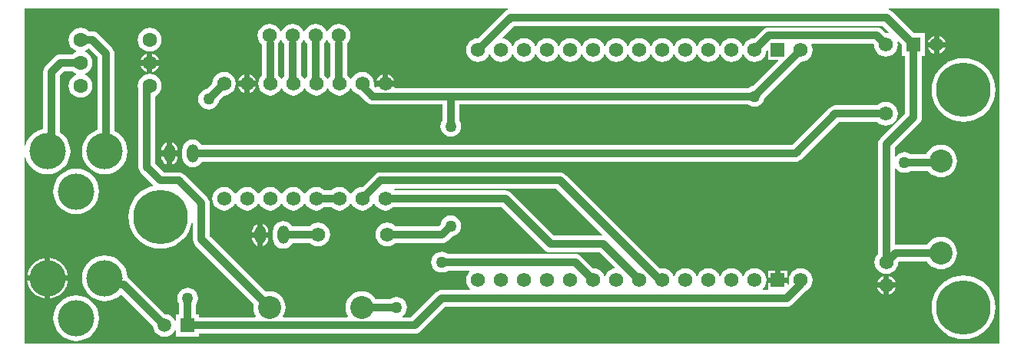
<source format=gbl>
G04 Layer_Physical_Order=2*
G04 Layer_Color=16711680*
%FSLAX24Y24*%
%MOIN*%
G70*
G01*
G75*
%ADD10C,0.0320*%
%ADD11C,0.1000*%
%ADD12C,0.0620*%
%ADD13C,0.1575*%
%ADD14O,0.0500X0.0800*%
%ADD15C,0.0620*%
%ADD16R,0.0591X0.0591*%
%ADD17C,0.0591*%
%ADD18R,0.0620X0.0620*%
%ADD19C,0.0630*%
%ADD20C,0.2362*%
%ADD21C,0.0500*%
G36*
X15451Y36572D02*
X15533Y36465D01*
X15541Y36459D01*
Y35076D01*
X15482Y35000D01*
X15455Y34933D01*
X15401D01*
X15373Y35000D01*
X15292Y35106D01*
X15267Y35125D01*
Y36475D01*
X15342Y36572D01*
X15369Y36638D01*
X15424D01*
X15451Y36572D01*
D02*
G37*
G36*
X14451D02*
X14533Y36465D01*
X14541Y36459D01*
Y35076D01*
X14482Y35000D01*
X14455Y34933D01*
X14401D01*
X14373Y35000D01*
X14292Y35106D01*
X14267Y35125D01*
Y36475D01*
X14342Y36572D01*
X14369Y36638D01*
X14424D01*
X14451Y36572D01*
D02*
G37*
G36*
X13451D02*
X13533Y36465D01*
X13541Y36459D01*
Y35076D01*
X13482Y35000D01*
X13455Y34933D01*
X13401D01*
X13373Y35000D01*
X13292Y35106D01*
X13291Y35107D01*
Y36468D01*
X13287Y36500D01*
X13342Y36572D01*
X13369Y36638D01*
X13424D01*
X13451Y36572D01*
D02*
G37*
G36*
X44589Y37975D02*
X44589Y23443D01*
X2267Y23443D01*
Y31533D01*
X2317Y31541D01*
X2354Y31418D01*
X2446Y31246D01*
X2569Y31096D01*
X2719Y30973D01*
X2891Y30881D01*
X3077Y30824D01*
X3270Y30805D01*
X3464Y30824D01*
X3650Y30881D01*
X3822Y30973D01*
X3972Y31096D01*
X4095Y31246D01*
X4187Y31418D01*
X4244Y31604D01*
X4263Y31798D01*
X4244Y31991D01*
X4187Y32177D01*
X4095Y32349D01*
X3972Y32499D01*
X3822Y32623D01*
X3811Y32628D01*
Y35104D01*
X3992Y35285D01*
X4333D01*
X4336Y35281D01*
X4444Y35198D01*
X4505Y35173D01*
Y35123D01*
X4444Y35098D01*
X4336Y35015D01*
X4254Y34908D01*
X4202Y34782D01*
X4184Y34648D01*
X4202Y34514D01*
X4254Y34388D01*
X4336Y34281D01*
X4444Y34198D01*
X4569Y34146D01*
X4704Y34129D01*
X4838Y34146D01*
X4963Y34198D01*
X5071Y34281D01*
X5153Y34388D01*
X5205Y34514D01*
X5223Y34648D01*
X5205Y34782D01*
X5153Y34908D01*
X5071Y35015D01*
X4963Y35098D01*
X4902Y35123D01*
Y35173D01*
X4963Y35198D01*
X5071Y35281D01*
X5153Y35388D01*
X5205Y35514D01*
X5223Y35648D01*
X5205Y35782D01*
X5153Y35908D01*
X5071Y36015D01*
X4963Y36098D01*
X4902Y36123D01*
Y36173D01*
X4963Y36198D01*
X5063Y36275D01*
X5447Y35891D01*
Y32737D01*
X5371Y32714D01*
X5200Y32623D01*
X5049Y32499D01*
X4926Y32349D01*
X4834Y32177D01*
X4778Y31991D01*
X4759Y31798D01*
X4778Y31604D01*
X4834Y31418D01*
X4926Y31246D01*
X5049Y31096D01*
X5200Y30973D01*
X5371Y30881D01*
X5557Y30824D01*
X5751Y30805D01*
X5944Y30824D01*
X6130Y30881D01*
X6302Y30973D01*
X6452Y31096D01*
X6576Y31246D01*
X6667Y31418D01*
X6724Y31604D01*
X6743Y31798D01*
X6724Y31991D01*
X6667Y32177D01*
X6576Y32349D01*
X6452Y32499D01*
X6302Y32623D01*
X6173Y32692D01*
Y36042D01*
X6173Y36042D01*
X6161Y36136D01*
X6124Y36223D01*
X6067Y36298D01*
X6067Y36298D01*
X5460Y36905D01*
X5385Y36962D01*
X5298Y36999D01*
X5204Y37011D01*
X5074D01*
X5071Y37015D01*
X4963Y37098D01*
X4838Y37150D01*
X4704Y37167D01*
X4569Y37150D01*
X4444Y37098D01*
X4336Y37015D01*
X4254Y36908D01*
X4202Y36782D01*
X4184Y36648D01*
X4202Y36514D01*
X4254Y36388D01*
X4336Y36281D01*
X4444Y36198D01*
X4505Y36173D01*
Y36123D01*
X4444Y36098D01*
X4336Y36015D01*
X4333Y36011D01*
X3841D01*
X3747Y35999D01*
X3660Y35962D01*
X3585Y35905D01*
X3191Y35511D01*
X3133Y35436D01*
X3097Y35348D01*
X3085Y35254D01*
Y32771D01*
X3077Y32771D01*
X2891Y32714D01*
X2719Y32623D01*
X2569Y32499D01*
X2446Y32349D01*
X2354Y32177D01*
X2317Y32054D01*
X2267Y32062D01*
Y38010D01*
X23248D01*
X23258Y37960D01*
X23187Y37931D01*
X23112Y37873D01*
X23112Y37873D01*
X21952Y36713D01*
X21952Y36714D01*
X21818Y36696D01*
X21694Y36645D01*
X21588Y36563D01*
X21506Y36456D01*
X21455Y36332D01*
X21437Y36199D01*
X21455Y36066D01*
X21506Y35942D01*
X21588Y35835D01*
X21694Y35754D01*
X21818Y35702D01*
X21952Y35685D01*
X22085Y35702D01*
X22209Y35754D01*
X22315Y35835D01*
X22397Y35942D01*
X22425Y36008D01*
X22479D01*
X22506Y35942D01*
X22588Y35835D01*
X22694Y35754D01*
X22818Y35702D01*
X22952Y35685D01*
X23085Y35702D01*
X23209Y35754D01*
X23315Y35835D01*
X23397Y35942D01*
X23425Y36008D01*
X23479D01*
X23506Y35942D01*
X23588Y35835D01*
X23694Y35754D01*
X23818Y35702D01*
X23952Y35685D01*
X24085Y35702D01*
X24209Y35754D01*
X24315Y35835D01*
X24397Y35942D01*
X24425Y36008D01*
X24479D01*
X24506Y35942D01*
X24588Y35835D01*
X24694Y35754D01*
X24818Y35702D01*
X24952Y35685D01*
X25085Y35702D01*
X25209Y35754D01*
X25315Y35835D01*
X25397Y35942D01*
X25425Y36008D01*
X25479D01*
X25506Y35942D01*
X25588Y35835D01*
X25694Y35754D01*
X25818Y35702D01*
X25952Y35685D01*
X26085Y35702D01*
X26209Y35754D01*
X26315Y35835D01*
X26397Y35942D01*
X26425Y36008D01*
X26479D01*
X26506Y35942D01*
X26588Y35835D01*
X26694Y35754D01*
X26818Y35702D01*
X26952Y35685D01*
X27085Y35702D01*
X27209Y35754D01*
X27315Y35835D01*
X27397Y35942D01*
X27425Y36008D01*
X27479D01*
X27506Y35942D01*
X27588Y35835D01*
X27694Y35754D01*
X27818Y35702D01*
X27952Y35685D01*
X28085Y35702D01*
X28209Y35754D01*
X28315Y35835D01*
X28397Y35942D01*
X28425Y36008D01*
X28479D01*
X28506Y35942D01*
X28588Y35835D01*
X28694Y35754D01*
X28818Y35702D01*
X28952Y35685D01*
X29085Y35702D01*
X29209Y35754D01*
X29315Y35835D01*
X29397Y35942D01*
X29425Y36008D01*
X29479D01*
X29506Y35942D01*
X29588Y35835D01*
X29694Y35754D01*
X29818Y35702D01*
X29952Y35685D01*
X30085Y35702D01*
X30209Y35754D01*
X30315Y35835D01*
X30397Y35942D01*
X30425Y36008D01*
X30479D01*
X30506Y35942D01*
X30588Y35835D01*
X30694Y35754D01*
X30818Y35702D01*
X30952Y35685D01*
X31085Y35702D01*
X31209Y35754D01*
X31315Y35835D01*
X31397Y35942D01*
X31425Y36008D01*
X31479D01*
X31506Y35942D01*
X31588Y35835D01*
X31694Y35754D01*
X31818Y35702D01*
X31952Y35685D01*
X32085Y35702D01*
X32209Y35754D01*
X32315Y35835D01*
X32397Y35942D01*
X32425Y36008D01*
X32479D01*
X32506Y35942D01*
X32588Y35835D01*
X32694Y35754D01*
X32818Y35702D01*
X32952Y35685D01*
X33085Y35702D01*
X33209Y35754D01*
X33315Y35835D01*
X33397Y35942D01*
X33425Y36008D01*
X33479D01*
X33506Y35942D01*
X33588Y35835D01*
X33694Y35754D01*
X33818Y35702D01*
X33952Y35685D01*
X34085Y35702D01*
X34209Y35754D01*
X34315Y35835D01*
X34397Y35942D01*
X34448Y36066D01*
X34465Y36194D01*
X34493Y36214D01*
X34542Y36192D01*
Y35789D01*
X34963D01*
X34982Y35743D01*
X33876Y34637D01*
X33827Y34631D01*
X33718Y34585D01*
X33679Y34556D01*
X18339D01*
X18312Y34597D01*
X18322Y34622D01*
X17534D01*
X17535Y34619D01*
X17493Y34591D01*
X17431Y34653D01*
X17442Y34742D01*
X17425Y34876D01*
X17373Y35000D01*
X17292Y35106D01*
X17185Y35188D01*
X17061Y35239D01*
X16928Y35257D01*
X16795Y35239D01*
X16671Y35188D01*
X16564Y35106D01*
X16482Y35000D01*
X16455Y34933D01*
X16401D01*
X16373Y35000D01*
X16292Y35106D01*
X16267Y35125D01*
Y36475D01*
X16342Y36572D01*
X16393Y36696D01*
X16411Y36829D01*
X16393Y36962D01*
X16342Y37086D01*
X16260Y37193D01*
X16154Y37275D01*
X16030Y37326D01*
X15896Y37343D01*
X15763Y37326D01*
X15639Y37275D01*
X15533Y37193D01*
X15451Y37086D01*
X15424Y37020D01*
X15369D01*
X15342Y37086D01*
X15260Y37193D01*
X15154Y37275D01*
X15030Y37326D01*
X14896Y37343D01*
X14763Y37326D01*
X14639Y37275D01*
X14533Y37193D01*
X14451Y37086D01*
X14424Y37020D01*
X14369D01*
X14342Y37086D01*
X14260Y37193D01*
X14154Y37275D01*
X14030Y37326D01*
X13896Y37343D01*
X13763Y37326D01*
X13639Y37275D01*
X13533Y37193D01*
X13451Y37086D01*
X13424Y37020D01*
X13369D01*
X13342Y37086D01*
X13260Y37193D01*
X13154Y37275D01*
X13030Y37326D01*
X12896Y37343D01*
X12763Y37326D01*
X12639Y37275D01*
X12533Y37193D01*
X12451Y37086D01*
X12400Y36962D01*
X12382Y36829D01*
X12400Y36696D01*
X12451Y36572D01*
X12533Y36465D01*
X12565Y36441D01*
Y35107D01*
X12564Y35106D01*
X12482Y35000D01*
X12431Y34876D01*
X12414Y34742D01*
X12431Y34609D01*
X12482Y34485D01*
X12564Y34379D01*
X12671Y34297D01*
X12795Y34246D01*
X12928Y34228D01*
X13061Y34246D01*
X13185Y34297D01*
X13292Y34379D01*
X13373Y34485D01*
X13401Y34551D01*
X13455D01*
X13482Y34485D01*
X13564Y34379D01*
X13671Y34297D01*
X13795Y34246D01*
X13928Y34228D01*
X14061Y34246D01*
X14185Y34297D01*
X14292Y34379D01*
X14373Y34485D01*
X14401Y34551D01*
X14455D01*
X14482Y34485D01*
X14564Y34379D01*
X14671Y34297D01*
X14795Y34246D01*
X14928Y34228D01*
X15061Y34246D01*
X15185Y34297D01*
X15292Y34379D01*
X15373Y34485D01*
X15401Y34551D01*
X15455D01*
X15482Y34485D01*
X15564Y34379D01*
X15671Y34297D01*
X15795Y34246D01*
X15928Y34228D01*
X16061Y34246D01*
X16185Y34297D01*
X16292Y34379D01*
X16373Y34485D01*
X16401Y34551D01*
X16455D01*
X16482Y34485D01*
X16564Y34379D01*
X16671Y34297D01*
X16795Y34246D01*
X16814Y34243D01*
X17121Y33936D01*
X17196Y33878D01*
X17284Y33842D01*
X17378Y33829D01*
X20407D01*
Y33158D01*
X20377Y33119D01*
X20332Y33010D01*
X20317Y32892D01*
X20332Y32775D01*
X20377Y32665D01*
X20450Y32571D01*
X20544Y32499D01*
X20653Y32454D01*
X20770Y32438D01*
X20888Y32454D01*
X20997Y32499D01*
X21091Y32571D01*
X21164Y32665D01*
X21209Y32775D01*
X21224Y32892D01*
X21209Y33010D01*
X21164Y33119D01*
X21134Y33158D01*
Y33829D01*
X33679D01*
X33718Y33799D01*
X33827Y33754D01*
X33945Y33739D01*
X34062Y33754D01*
X34172Y33799D01*
X34266Y33871D01*
X34338Y33965D01*
X34383Y34075D01*
X34390Y34124D01*
X35951Y35685D01*
X35952Y35685D01*
X36085Y35702D01*
X36209Y35754D01*
X36315Y35835D01*
X36397Y35942D01*
X36448Y36066D01*
X36466Y36199D01*
X36448Y36332D01*
X36414Y36416D01*
X36447Y36466D01*
X39098D01*
X39134Y36435D01*
X39151Y36302D01*
X39203Y36178D01*
X39284Y36072D01*
X39391Y35990D01*
X39515Y35938D01*
X39648Y35921D01*
X39781Y35938D01*
X39905Y35990D01*
X40012Y36072D01*
X40094Y36178D01*
X40145Y36302D01*
X40163Y36435D01*
X40147Y36553D01*
X40193Y36579D01*
X40354Y36417D01*
Y35940D01*
X40486D01*
Y33436D01*
X39411Y32361D01*
X39354Y32286D01*
X39317Y32199D01*
X39305Y32105D01*
Y27351D01*
X39304Y27350D01*
X39223Y27244D01*
X39171Y27120D01*
X39154Y26987D01*
X39171Y26853D01*
X39223Y26729D01*
X39304Y26623D01*
X39411Y26541D01*
X39535Y26490D01*
X39668Y26472D01*
X39801Y26490D01*
X39925Y26541D01*
X40032Y26623D01*
X40114Y26729D01*
X40165Y26853D01*
X40183Y26987D01*
X40219Y27017D01*
X41431D01*
X41445Y26989D01*
X41533Y26883D01*
X41640Y26795D01*
X41761Y26730D01*
X41893Y26690D01*
X42030Y26677D01*
X42168Y26690D01*
X42299Y26730D01*
X42421Y26795D01*
X42528Y26883D01*
X42615Y26989D01*
X42680Y27111D01*
X42720Y27243D01*
X42734Y27380D01*
X42720Y27517D01*
X42680Y27649D01*
X42615Y27771D01*
X42528Y27878D01*
X42421Y27965D01*
X42299Y28030D01*
X42168Y28070D01*
X42030Y28084D01*
X41893Y28070D01*
X41761Y28030D01*
X41640Y27965D01*
X41533Y27878D01*
X41445Y27771D01*
X41431Y27743D01*
X40062D01*
X40031Y27770D01*
Y31049D01*
X40081Y31066D01*
X40135Y30996D01*
X40229Y30924D01*
X40338Y30879D01*
X40456Y30863D01*
X40573Y30879D01*
X40682Y30924D01*
X40722Y30954D01*
X41474D01*
X41533Y30883D01*
X41640Y30795D01*
X41761Y30730D01*
X41893Y30690D01*
X42030Y30677D01*
X42168Y30690D01*
X42299Y30730D01*
X42421Y30795D01*
X42528Y30883D01*
X42615Y30989D01*
X42680Y31111D01*
X42720Y31243D01*
X42734Y31380D01*
X42720Y31517D01*
X42680Y31649D01*
X42615Y31771D01*
X42528Y31878D01*
X42421Y31965D01*
X42299Y32030D01*
X42168Y32070D01*
X42030Y32084D01*
X41893Y32070D01*
X41761Y32030D01*
X41640Y31965D01*
X41533Y31878D01*
X41445Y31771D01*
X41397Y31680D01*
X40722D01*
X40682Y31710D01*
X40573Y31756D01*
X40456Y31771D01*
X40338Y31756D01*
X40229Y31710D01*
X40135Y31638D01*
X40081Y31569D01*
X40031Y31586D01*
Y31954D01*
X41106Y33029D01*
X41106Y33029D01*
X41164Y33104D01*
X41200Y33192D01*
X41212Y33286D01*
Y35940D01*
X41344D01*
Y36931D01*
X40867D01*
X39925Y37873D01*
X39850Y37931D01*
X39779Y37960D01*
X39789Y38010D01*
X44554D01*
X44589Y37975D01*
D02*
G37*
G36*
X39791Y36980D02*
X39766Y36934D01*
X39648Y36950D01*
X39647Y36950D01*
X39511Y37086D01*
X39436Y37144D01*
X39348Y37180D01*
X39254Y37192D01*
X34581D01*
X34581Y37192D01*
X34488Y37180D01*
X34400Y37144D01*
X34325Y37086D01*
X33952Y36713D01*
X33952Y36714D01*
X33818Y36696D01*
X33694Y36645D01*
X33588Y36563D01*
X33506Y36456D01*
X33479Y36390D01*
X33425D01*
X33397Y36456D01*
X33315Y36563D01*
X33209Y36645D01*
X33085Y36696D01*
X32952Y36714D01*
X32818Y36696D01*
X32694Y36645D01*
X32588Y36563D01*
X32506Y36456D01*
X32479Y36390D01*
X32425D01*
X32397Y36456D01*
X32315Y36563D01*
X32209Y36645D01*
X32085Y36696D01*
X31952Y36714D01*
X31818Y36696D01*
X31694Y36645D01*
X31588Y36563D01*
X31506Y36456D01*
X31479Y36390D01*
X31425D01*
X31397Y36456D01*
X31315Y36563D01*
X31209Y36645D01*
X31085Y36696D01*
X30952Y36714D01*
X30818Y36696D01*
X30694Y36645D01*
X30588Y36563D01*
X30506Y36456D01*
X30479Y36390D01*
X30425D01*
X30397Y36456D01*
X30315Y36563D01*
X30209Y36645D01*
X30085Y36696D01*
X29952Y36714D01*
X29818Y36696D01*
X29694Y36645D01*
X29588Y36563D01*
X29506Y36456D01*
X29479Y36390D01*
X29425D01*
X29397Y36456D01*
X29315Y36563D01*
X29209Y36645D01*
X29085Y36696D01*
X28952Y36714D01*
X28818Y36696D01*
X28694Y36645D01*
X28588Y36563D01*
X28506Y36456D01*
X28479Y36390D01*
X28425D01*
X28397Y36456D01*
X28315Y36563D01*
X28209Y36645D01*
X28085Y36696D01*
X27952Y36714D01*
X27818Y36696D01*
X27694Y36645D01*
X27588Y36563D01*
X27506Y36456D01*
X27479Y36390D01*
X27425D01*
X27397Y36456D01*
X27315Y36563D01*
X27209Y36645D01*
X27085Y36696D01*
X26952Y36714D01*
X26818Y36696D01*
X26694Y36645D01*
X26588Y36563D01*
X26506Y36456D01*
X26479Y36390D01*
X26425D01*
X26397Y36456D01*
X26315Y36563D01*
X26209Y36645D01*
X26085Y36696D01*
X25952Y36714D01*
X25818Y36696D01*
X25694Y36645D01*
X25588Y36563D01*
X25506Y36456D01*
X25479Y36390D01*
X25425D01*
X25397Y36456D01*
X25315Y36563D01*
X25209Y36645D01*
X25085Y36696D01*
X24952Y36714D01*
X24818Y36696D01*
X24694Y36645D01*
X24588Y36563D01*
X24506Y36456D01*
X24479Y36390D01*
X24425D01*
X24397Y36456D01*
X24315Y36563D01*
X24209Y36645D01*
X24085Y36696D01*
X23952Y36714D01*
X23818Y36696D01*
X23694Y36645D01*
X23588Y36563D01*
X23506Y36456D01*
X23479Y36390D01*
X23425D01*
X23397Y36456D01*
X23315Y36563D01*
X23209Y36645D01*
X23085Y36696D01*
X23032Y36703D01*
X23016Y36750D01*
X23519Y37253D01*
X39518D01*
X39791Y36980D01*
D02*
G37*
%LPC*%
G36*
X13503Y28772D02*
X13385Y28756D01*
X13276Y28711D01*
X13182Y28639D01*
X13110Y28545D01*
X13064Y28435D01*
X13049Y28318D01*
Y28018D01*
X13064Y27900D01*
X13110Y27791D01*
X13182Y27697D01*
X13276Y27625D01*
X13385Y27579D01*
X13503Y27564D01*
X13620Y27579D01*
X13730Y27625D01*
X13824Y27697D01*
X13896Y27791D01*
X13902Y27805D01*
X14676D01*
X14757Y27742D01*
X14881Y27691D01*
X15015Y27673D01*
X15148Y27691D01*
X15272Y27742D01*
X15378Y27824D01*
X15460Y27930D01*
X15511Y28054D01*
X15529Y28188D01*
X15511Y28321D01*
X15460Y28445D01*
X15378Y28551D01*
X15272Y28633D01*
X15148Y28685D01*
X15015Y28702D01*
X14881Y28685D01*
X14757Y28633D01*
X14651Y28551D01*
X14635Y28531D01*
X13902D01*
X13896Y28545D01*
X13824Y28639D01*
X13730Y28711D01*
X13620Y28756D01*
X13503Y28772D01*
D02*
G37*
G36*
X12383Y28048D02*
X12150D01*
Y28018D01*
X12162Y27926D01*
X12197Y27841D01*
X12253Y27768D01*
X12326Y27712D01*
X12383Y27689D01*
Y28048D01*
D02*
G37*
G36*
X3150Y27166D02*
X3097Y27160D01*
X2929Y27110D01*
X2775Y27027D01*
X2640Y26916D01*
X2529Y26781D01*
X2447Y26627D01*
X2396Y26460D01*
X2391Y26406D01*
X3150D01*
Y27166D01*
D02*
G37*
G36*
X3390D02*
Y26406D01*
X4150D01*
X4145Y26460D01*
X4094Y26627D01*
X4012Y26781D01*
X3901Y26916D01*
X3766Y27027D01*
X3612Y27110D01*
X3444Y27160D01*
X3390Y27166D01*
D02*
G37*
G36*
X20770Y29015D02*
X20653Y29000D01*
X20544Y28954D01*
X20450Y28882D01*
X20377Y28788D01*
X20332Y28679D01*
X20326Y28630D01*
X20226Y28531D01*
X18394D01*
X18378Y28551D01*
X18272Y28633D01*
X18148Y28685D01*
X18015Y28702D01*
X17881Y28685D01*
X17757Y28633D01*
X17651Y28551D01*
X17569Y28445D01*
X17518Y28321D01*
X17500Y28188D01*
X17518Y28054D01*
X17569Y27930D01*
X17651Y27824D01*
X17757Y27742D01*
X17881Y27691D01*
X18015Y27673D01*
X18148Y27691D01*
X18272Y27742D01*
X18353Y27805D01*
X20377D01*
X20471Y27817D01*
X20558Y27853D01*
X20634Y27911D01*
X20839Y28116D01*
X20888Y28123D01*
X20997Y28168D01*
X21091Y28240D01*
X21164Y28334D01*
X21209Y28444D01*
X21224Y28561D01*
X21209Y28679D01*
X21164Y28788D01*
X21091Y28882D01*
X20997Y28954D01*
X20888Y29000D01*
X20770Y29015D01*
D02*
G37*
G36*
X4511Y31054D02*
X4317Y31034D01*
X4131Y30978D01*
X3959Y30886D01*
X3809Y30763D01*
X3686Y30613D01*
X3594Y30441D01*
X3538Y30255D01*
X3518Y30061D01*
X3538Y29868D01*
X3594Y29682D01*
X3686Y29510D01*
X3809Y29360D01*
X3959Y29236D01*
X4131Y29145D01*
X4317Y29088D01*
X4511Y29069D01*
X4704Y29088D01*
X4890Y29145D01*
X5062Y29236D01*
X5212Y29360D01*
X5336Y29510D01*
X5427Y29682D01*
X5484Y29868D01*
X5503Y30061D01*
X5484Y30255D01*
X5427Y30441D01*
X5336Y30613D01*
X5212Y30763D01*
X5062Y30886D01*
X4890Y30978D01*
X4704Y31034D01*
X4511Y31054D01*
D02*
G37*
G36*
X8446Y31591D02*
X8213D01*
Y31561D01*
X8225Y31470D01*
X8260Y31384D01*
X8316Y31311D01*
X8389Y31255D01*
X8446Y31232D01*
Y31591D01*
D02*
G37*
G36*
X12856Y28048D02*
X12623D01*
Y27689D01*
X12679Y27712D01*
X12752Y27768D01*
X12808Y27841D01*
X12844Y27926D01*
X12856Y28018D01*
Y28048D01*
D02*
G37*
G36*
X12383Y28647D02*
X12326Y28623D01*
X12253Y28567D01*
X12197Y28494D01*
X12162Y28409D01*
X12150Y28318D01*
Y28288D01*
X12383D01*
Y28647D01*
D02*
G37*
G36*
X12623D02*
Y28288D01*
X12856D01*
Y28318D01*
X12844Y28409D01*
X12808Y28494D01*
X12752Y28567D01*
X12679Y28623D01*
X12623Y28647D01*
D02*
G37*
G36*
X35362Y26609D02*
X35072D01*
Y26319D01*
X35362D01*
Y26609D01*
D02*
G37*
G36*
X4150Y26166D02*
X3390D01*
Y25406D01*
X3444Y25411D01*
X3612Y25462D01*
X3766Y25544D01*
X3901Y25655D01*
X4012Y25790D01*
X4094Y25945D01*
X4145Y26112D01*
X4150Y26166D01*
D02*
G37*
G36*
X39548Y25867D02*
X39274D01*
X39310Y25780D01*
X39376Y25694D01*
X39461Y25628D01*
X39548Y25592D01*
Y25867D01*
D02*
G37*
G36*
X3150Y26166D02*
X2391D01*
X2396Y26112D01*
X2447Y25945D01*
X2529Y25790D01*
X2640Y25655D01*
X2775Y25544D01*
X2929Y25462D01*
X3097Y25411D01*
X3150Y25406D01*
Y26166D01*
D02*
G37*
G36*
X43015Y26403D02*
X42798Y26386D01*
X42586Y26336D01*
X42386Y26252D01*
X42200Y26139D01*
X42035Y25998D01*
X41894Y25832D01*
X41780Y25647D01*
X41697Y25446D01*
X41646Y25235D01*
X41629Y25018D01*
X41646Y24801D01*
X41697Y24590D01*
X41780Y24389D01*
X41894Y24204D01*
X42035Y24038D01*
X42200Y23897D01*
X42386Y23784D01*
X42586Y23700D01*
X42798Y23650D01*
X43015Y23633D01*
X43231Y23650D01*
X43443Y23700D01*
X43644Y23784D01*
X43829Y23897D01*
X43994Y24038D01*
X44135Y24204D01*
X44249Y24389D01*
X44332Y24590D01*
X44383Y24801D01*
X44400Y25018D01*
X44383Y25235D01*
X44332Y25446D01*
X44249Y25647D01*
X44135Y25832D01*
X43994Y25998D01*
X43829Y26139D01*
X43644Y26252D01*
X43443Y26336D01*
X43231Y26386D01*
X43015Y26403D01*
D02*
G37*
G36*
X7704Y35167D02*
X7569Y35150D01*
X7444Y35098D01*
X7336Y35015D01*
X7254Y34908D01*
X7202Y34782D01*
X7184Y34648D01*
X7202Y34514D01*
X7218Y34474D01*
Y31120D01*
X7231Y31026D01*
X7267Y30939D01*
X7325Y30864D01*
X7846Y30342D01*
X7833Y30294D01*
X7744Y30273D01*
X7543Y30189D01*
X7358Y30076D01*
X7192Y29935D01*
X7051Y29769D01*
X6938Y29584D01*
X6854Y29383D01*
X6804Y29172D01*
X6787Y28955D01*
X6804Y28738D01*
X6854Y28527D01*
X6938Y28326D01*
X7051Y28141D01*
X7192Y27975D01*
X7358Y27834D01*
X7543Y27721D01*
X7744Y27637D01*
X7955Y27587D01*
X8172Y27570D01*
X8389Y27587D01*
X8600Y27637D01*
X8801Y27721D01*
X8986Y27834D01*
X9152Y27975D01*
X9293Y28141D01*
X9406Y28326D01*
X9490Y28527D01*
X9531Y28698D01*
X9581Y28692D01*
Y27971D01*
X9593Y27877D01*
X9629Y27789D01*
X9687Y27714D01*
X12216Y25185D01*
X12207Y25155D01*
X12193Y25018D01*
X12207Y24881D01*
X12247Y24749D01*
X12303Y24644D01*
X12280Y24594D01*
X9848D01*
Y24726D01*
X9716D01*
Y25146D01*
X9746Y25185D01*
X9792Y25294D01*
X9807Y25412D01*
X9792Y25529D01*
X9746Y25639D01*
X9674Y25733D01*
X9580Y25805D01*
X9471Y25850D01*
X9353Y25866D01*
X9236Y25850D01*
X9126Y25805D01*
X9032Y25733D01*
X8960Y25639D01*
X8915Y25529D01*
X8899Y25412D01*
X8915Y25294D01*
X8960Y25185D01*
X8990Y25146D01*
Y24726D01*
X8858D01*
Y24437D01*
X8808Y24427D01*
X8786Y24480D01*
X8706Y24584D01*
X8603Y24663D01*
X8482Y24713D01*
X8369Y24728D01*
X6823Y26275D01*
X6747Y26332D01*
X6738Y26336D01*
X6724Y26479D01*
X6667Y26665D01*
X6576Y26837D01*
X6452Y26987D01*
X6302Y27111D01*
X6130Y27202D01*
X5944Y27259D01*
X5751Y27278D01*
X5557Y27259D01*
X5371Y27202D01*
X5200Y27111D01*
X5049Y26987D01*
X4926Y26837D01*
X4834Y26665D01*
X4778Y26479D01*
X4759Y26286D01*
X4778Y26092D01*
X4834Y25906D01*
X4926Y25735D01*
X5049Y25584D01*
X5200Y25461D01*
X5371Y25369D01*
X5557Y25313D01*
X5751Y25294D01*
X5944Y25313D01*
X6130Y25369D01*
X6302Y25461D01*
X6452Y25584D01*
X6485Y25586D01*
X7856Y24215D01*
X7871Y24101D01*
X7921Y23981D01*
X8000Y23877D01*
X8103Y23798D01*
X8224Y23748D01*
X8353Y23731D01*
X8482Y23748D01*
X8603Y23798D01*
X8706Y23877D01*
X8786Y23981D01*
X8808Y24034D01*
X8858Y24024D01*
Y23735D01*
X9848D01*
Y23868D01*
X19196D01*
X19290Y23880D01*
X19377Y23916D01*
X19452Y23974D01*
X20527Y25049D01*
X35337D01*
X35431Y25061D01*
X35519Y25097D01*
X35594Y25155D01*
X36181Y25742D01*
X36209Y25754D01*
X36315Y25835D01*
X36397Y25942D01*
X36448Y26066D01*
X36466Y26199D01*
X36448Y26332D01*
X36397Y26456D01*
X36315Y26563D01*
X36209Y26645D01*
X36085Y26696D01*
X35952Y26714D01*
X35818Y26696D01*
X35694Y26645D01*
X35588Y26563D01*
X35506Y26456D01*
X35455Y26332D01*
X35437Y26199D01*
X35455Y26066D01*
X35462Y26049D01*
X35408Y25996D01*
X35362Y26015D01*
Y26079D01*
X34542D01*
Y25789D01*
X34497Y25775D01*
X34314D01*
X34298Y25822D01*
X34315Y25835D01*
X34397Y25942D01*
X34448Y26066D01*
X34466Y26199D01*
X34448Y26332D01*
X34397Y26456D01*
X34315Y26563D01*
X34209Y26645D01*
X34085Y26696D01*
X33952Y26714D01*
X33818Y26696D01*
X33694Y26645D01*
X33588Y26563D01*
X33506Y26456D01*
X33479Y26390D01*
X33425D01*
X33397Y26456D01*
X33315Y26563D01*
X33209Y26645D01*
X33085Y26696D01*
X32952Y26714D01*
X32818Y26696D01*
X32694Y26645D01*
X32588Y26563D01*
X32506Y26456D01*
X32479Y26390D01*
X32425D01*
X32397Y26456D01*
X32315Y26563D01*
X32209Y26645D01*
X32085Y26696D01*
X31952Y26714D01*
X31818Y26696D01*
X31694Y26645D01*
X31588Y26563D01*
X31506Y26456D01*
X31479Y26390D01*
X31425D01*
X31397Y26456D01*
X31315Y26563D01*
X31209Y26645D01*
X31085Y26696D01*
X30952Y26714D01*
X30818Y26696D01*
X30694Y26645D01*
X30588Y26563D01*
X30506Y26456D01*
X30479Y26390D01*
X30425D01*
X30397Y26456D01*
X30315Y26563D01*
X30209Y26645D01*
X30085Y26696D01*
X29952Y26714D01*
X29839Y26699D01*
X25752Y30787D01*
X25676Y30844D01*
X25589Y30881D01*
X25495Y30893D01*
X17715D01*
X17621Y30881D01*
X17534Y30844D01*
X17459Y30787D01*
X16929Y30257D01*
X16928Y30257D01*
X16795Y30239D01*
X16671Y30188D01*
X16564Y30106D01*
X16482Y30000D01*
X16455Y29933D01*
X16401D01*
X16373Y30000D01*
X16292Y30106D01*
X16185Y30188D01*
X16061Y30239D01*
X15928Y30257D01*
X15795Y30239D01*
X15671Y30188D01*
X15564Y30106D01*
X15564Y30106D01*
X15292D01*
X15292Y30106D01*
X15185Y30188D01*
X15061Y30239D01*
X14928Y30257D01*
X14795Y30239D01*
X14671Y30188D01*
X14564Y30106D01*
X14482Y30000D01*
X14455Y29933D01*
X14401D01*
X14373Y30000D01*
X14292Y30106D01*
X14185Y30188D01*
X14061Y30239D01*
X13928Y30257D01*
X13795Y30239D01*
X13671Y30188D01*
X13564Y30106D01*
X13482Y30000D01*
X13455Y29933D01*
X13401D01*
X13373Y30000D01*
X13292Y30106D01*
X13185Y30188D01*
X13061Y30239D01*
X12928Y30257D01*
X12795Y30239D01*
X12671Y30188D01*
X12564Y30106D01*
X12482Y30000D01*
X12455Y29933D01*
X12401D01*
X12373Y30000D01*
X12292Y30106D01*
X12185Y30188D01*
X12061Y30239D01*
X11928Y30257D01*
X11795Y30239D01*
X11671Y30188D01*
X11564Y30106D01*
X11482Y30000D01*
X11455Y29933D01*
X11401D01*
X11373Y30000D01*
X11292Y30106D01*
X11185Y30188D01*
X11061Y30239D01*
X10928Y30257D01*
X10795Y30239D01*
X10671Y30188D01*
X10564Y30106D01*
X10482Y30000D01*
X10431Y29876D01*
X10414Y29742D01*
X10431Y29609D01*
X10482Y29485D01*
X10564Y29379D01*
X10671Y29297D01*
X10795Y29246D01*
X10928Y29228D01*
X11061Y29246D01*
X11185Y29297D01*
X11292Y29379D01*
X11373Y29485D01*
X11401Y29551D01*
X11455D01*
X11482Y29485D01*
X11564Y29379D01*
X11671Y29297D01*
X11795Y29246D01*
X11928Y29228D01*
X12061Y29246D01*
X12185Y29297D01*
X12292Y29379D01*
X12373Y29485D01*
X12401Y29551D01*
X12455D01*
X12482Y29485D01*
X12564Y29379D01*
X12671Y29297D01*
X12795Y29246D01*
X12928Y29228D01*
X13061Y29246D01*
X13185Y29297D01*
X13292Y29379D01*
X13373Y29485D01*
X13401Y29551D01*
X13455D01*
X13482Y29485D01*
X13564Y29379D01*
X13671Y29297D01*
X13795Y29246D01*
X13928Y29228D01*
X14061Y29246D01*
X14185Y29297D01*
X14292Y29379D01*
X14373Y29485D01*
X14401Y29551D01*
X14455D01*
X14482Y29485D01*
X14564Y29379D01*
X14671Y29297D01*
X14795Y29246D01*
X14928Y29228D01*
X15061Y29246D01*
X15185Y29297D01*
X15292Y29379D01*
X15292Y29379D01*
X15564D01*
X15564Y29379D01*
X15671Y29297D01*
X15795Y29246D01*
X15928Y29228D01*
X16061Y29246D01*
X16185Y29297D01*
X16292Y29379D01*
X16373Y29485D01*
X16401Y29551D01*
X16455D01*
X16482Y29485D01*
X16564Y29379D01*
X16671Y29297D01*
X16795Y29246D01*
X16928Y29228D01*
X17061Y29246D01*
X17185Y29297D01*
X17292Y29379D01*
X17373Y29485D01*
X17401Y29551D01*
X17455D01*
X17482Y29485D01*
X17564Y29379D01*
X17671Y29297D01*
X17795Y29246D01*
X17928Y29228D01*
X18061Y29246D01*
X18185Y29297D01*
X18292Y29379D01*
X18292Y29379D01*
X22982D01*
X24844Y27517D01*
X24920Y27459D01*
X25007Y27423D01*
X25101Y27411D01*
X27226D01*
X27887Y26750D01*
X27871Y26703D01*
X27818Y26696D01*
X27694Y26645D01*
X27588Y26563D01*
X27506Y26456D01*
X27479Y26390D01*
X27425D01*
X27397Y26456D01*
X27315Y26563D01*
X27209Y26645D01*
X27085Y26696D01*
X26952Y26714D01*
X26951Y26713D01*
X26421Y27243D01*
X26346Y27301D01*
X26258Y27337D01*
X26164Y27350D01*
X20643D01*
X20604Y27380D01*
X20494Y27425D01*
X20377Y27440D01*
X20259Y27425D01*
X20150Y27380D01*
X20056Y27307D01*
X19984Y27213D01*
X19938Y27104D01*
X19923Y26987D01*
X19938Y26869D01*
X19984Y26760D01*
X20056Y26666D01*
X20150Y26593D01*
X20259Y26548D01*
X20377Y26533D01*
X20494Y26548D01*
X20604Y26593D01*
X20643Y26623D01*
X21589D01*
X21605Y26576D01*
X21588Y26563D01*
X21506Y26456D01*
X21455Y26332D01*
X21437Y26199D01*
X21455Y26066D01*
X21506Y25942D01*
X21588Y25835D01*
X21605Y25822D01*
X21589Y25775D01*
X20377D01*
X20283Y25762D01*
X20195Y25726D01*
X20120Y25668D01*
X20120Y25668D01*
X19045Y24594D01*
X18677D01*
X18660Y24644D01*
X18729Y24697D01*
X18801Y24791D01*
X18847Y24901D01*
X18862Y25018D01*
X18847Y25136D01*
X18801Y25245D01*
X18729Y25339D01*
X18635Y25411D01*
X18526Y25456D01*
X18408Y25472D01*
X18291Y25456D01*
X18181Y25411D01*
X18142Y25381D01*
X17496D01*
X17481Y25409D01*
X17394Y25515D01*
X17287Y25603D01*
X17166Y25668D01*
X17034Y25708D01*
X16896Y25721D01*
X16759Y25708D01*
X16627Y25668D01*
X16506Y25603D01*
X16399Y25515D01*
X16312Y25409D01*
X16247Y25287D01*
X16207Y25155D01*
X16193Y25018D01*
X16207Y24881D01*
X16247Y24749D01*
X16303Y24644D01*
X16280Y24594D01*
X13513D01*
X13490Y24644D01*
X13546Y24749D01*
X13586Y24881D01*
X13600Y25018D01*
X13586Y25155D01*
X13546Y25287D01*
X13481Y25409D01*
X13394Y25515D01*
X13287Y25603D01*
X13166Y25668D01*
X13034Y25708D01*
X12896Y25721D01*
X12759Y25708D01*
X12729Y25699D01*
X10307Y28121D01*
Y29546D01*
X10294Y29640D01*
X10258Y29727D01*
X10200Y29802D01*
X9216Y30787D01*
X9141Y30844D01*
X9053Y30881D01*
X8959Y30893D01*
X8322D01*
X7945Y31271D01*
Y34190D01*
X7963Y34198D01*
X8071Y34281D01*
X8153Y34388D01*
X8205Y34514D01*
X8223Y34648D01*
X8205Y34782D01*
X8153Y34908D01*
X8071Y35015D01*
X7963Y35098D01*
X7838Y35150D01*
X7704Y35167D01*
D02*
G37*
G36*
X4511Y25542D02*
X4317Y25523D01*
X4131Y25466D01*
X3959Y25375D01*
X3809Y25251D01*
X3686Y25101D01*
X3594Y24929D01*
X3538Y24743D01*
X3518Y24550D01*
X3538Y24356D01*
X3594Y24170D01*
X3686Y23998D01*
X3809Y23848D01*
X3959Y23725D01*
X4131Y23633D01*
X4317Y23576D01*
X4511Y23557D01*
X4704Y23576D01*
X4890Y23633D01*
X5062Y23725D01*
X5212Y23848D01*
X5336Y23998D01*
X5427Y24170D01*
X5484Y24356D01*
X5503Y24550D01*
X5484Y24743D01*
X5427Y24929D01*
X5336Y25101D01*
X5212Y25251D01*
X5062Y25375D01*
X4890Y25466D01*
X4704Y25523D01*
X4511Y25542D01*
D02*
G37*
G36*
X34832Y26609D02*
X34542D01*
Y26319D01*
X34832D01*
Y26609D01*
D02*
G37*
G36*
X39788Y26381D02*
Y26107D01*
X40062D01*
X40026Y26193D01*
X39961Y26279D01*
X39875Y26345D01*
X39788Y26381D01*
D02*
G37*
G36*
X40062Y25867D02*
X39788D01*
Y25592D01*
X39875Y25628D01*
X39961Y25694D01*
X40026Y25780D01*
X40062Y25867D01*
D02*
G37*
G36*
X39548Y26381D02*
X39461Y26345D01*
X39376Y26279D01*
X39310Y26193D01*
X39274Y26107D01*
X39548D01*
Y26381D01*
D02*
G37*
G36*
X8103Y35528D02*
X7824D01*
Y35249D01*
X7913Y35285D01*
X8000Y35352D01*
X8066Y35439D01*
X8103Y35528D01*
D02*
G37*
G36*
X7584Y36047D02*
X7494Y36010D01*
X7408Y35944D01*
X7341Y35857D01*
X7304Y35768D01*
X7584D01*
Y36047D01*
D02*
G37*
G36*
Y35528D02*
X7304D01*
X7341Y35439D01*
X7408Y35352D01*
X7494Y35285D01*
X7584Y35249D01*
Y35528D01*
D02*
G37*
G36*
X17808Y35137D02*
X17721Y35101D01*
X17636Y35035D01*
X17570Y34949D01*
X17534Y34862D01*
X17808D01*
Y35137D01*
D02*
G37*
G36*
X18048D02*
Y34862D01*
X18322D01*
X18286Y34949D01*
X18220Y35035D01*
X18135Y35101D01*
X18048Y35137D01*
D02*
G37*
G36*
X7824Y36047D02*
Y35768D01*
X8103D01*
X8066Y35857D01*
X8000Y35944D01*
X7913Y36010D01*
X7824Y36047D01*
D02*
G37*
G36*
X41729Y36813D02*
X41650Y36781D01*
X41567Y36717D01*
X41504Y36635D01*
X41471Y36555D01*
X41729D01*
Y36813D01*
D02*
G37*
G36*
X41969D02*
Y36555D01*
X42227D01*
X42194Y36635D01*
X42131Y36717D01*
X42049Y36781D01*
X41969Y36813D01*
D02*
G37*
G36*
X7704Y37167D02*
X7569Y37150D01*
X7444Y37098D01*
X7336Y37015D01*
X7254Y36908D01*
X7202Y36782D01*
X7184Y36648D01*
X7202Y36514D01*
X7254Y36388D01*
X7336Y36281D01*
X7444Y36198D01*
X7569Y36146D01*
X7704Y36129D01*
X7838Y36146D01*
X7963Y36198D01*
X8071Y36281D01*
X8153Y36388D01*
X8205Y36514D01*
X8223Y36648D01*
X8205Y36782D01*
X8153Y36908D01*
X8071Y37015D01*
X7963Y37098D01*
X7838Y37150D01*
X7704Y37167D01*
D02*
G37*
G36*
X41729Y36315D02*
X41471D01*
X41504Y36236D01*
X41567Y36153D01*
X41650Y36090D01*
X41729Y36057D01*
Y36315D01*
D02*
G37*
G36*
X42227D02*
X41969D01*
Y36057D01*
X42049Y36090D01*
X42131Y36153D01*
X42194Y36236D01*
X42227Y36315D01*
D02*
G37*
G36*
X39648Y33950D02*
X39515Y33932D01*
X39391Y33881D01*
X39284Y33799D01*
X39284Y33798D01*
X37456D01*
X37456Y33798D01*
X37362Y33786D01*
X37274Y33750D01*
X37199Y33692D01*
X37199Y33692D01*
X35581Y32074D01*
X9965D01*
X9959Y32088D01*
X9887Y32182D01*
X9793Y32254D01*
X9683Y32299D01*
X9566Y32315D01*
X9448Y32299D01*
X9339Y32254D01*
X9245Y32182D01*
X9173Y32088D01*
X9127Y31978D01*
X9112Y31861D01*
Y31561D01*
X9127Y31443D01*
X9173Y31334D01*
X9245Y31240D01*
X9339Y31168D01*
X9448Y31123D01*
X9566Y31107D01*
X9683Y31123D01*
X9793Y31168D01*
X9887Y31240D01*
X9959Y31334D01*
X9965Y31348D01*
X35731D01*
X35825Y31360D01*
X35913Y31396D01*
X35988Y31454D01*
X37606Y33072D01*
X39284D01*
X39284Y33072D01*
X39391Y32990D01*
X39515Y32938D01*
X39648Y32921D01*
X39781Y32938D01*
X39905Y32990D01*
X40012Y33072D01*
X40094Y33178D01*
X40145Y33302D01*
X40163Y33435D01*
X40145Y33568D01*
X40094Y33693D01*
X40012Y33799D01*
X39905Y33881D01*
X39781Y33932D01*
X39648Y33950D01*
D02*
G37*
G36*
X8919Y31591D02*
X8686D01*
Y31232D01*
X8742Y31255D01*
X8815Y31311D01*
X8871Y31384D01*
X8907Y31470D01*
X8919Y31561D01*
Y31591D01*
D02*
G37*
G36*
X43015Y35852D02*
X42798Y35835D01*
X42586Y35784D01*
X42386Y35701D01*
X42200Y35588D01*
X42035Y35446D01*
X41894Y35281D01*
X41780Y35096D01*
X41697Y34895D01*
X41646Y34684D01*
X41629Y34467D01*
X41646Y34250D01*
X41697Y34039D01*
X41780Y33838D01*
X41894Y33653D01*
X42035Y33487D01*
X42200Y33346D01*
X42386Y33232D01*
X42586Y33149D01*
X42798Y33099D01*
X43015Y33081D01*
X43231Y33099D01*
X43443Y33149D01*
X43644Y33232D01*
X43829Y33346D01*
X43994Y33487D01*
X44135Y33653D01*
X44249Y33838D01*
X44332Y34039D01*
X44383Y34250D01*
X44400Y34467D01*
X44383Y34684D01*
X44332Y34895D01*
X44249Y35096D01*
X44135Y35281D01*
X43994Y35446D01*
X43829Y35588D01*
X43644Y35701D01*
X43443Y35784D01*
X43231Y35835D01*
X43015Y35852D01*
D02*
G37*
G36*
X8446Y32190D02*
X8389Y32167D01*
X8316Y32111D01*
X8260Y32037D01*
X8225Y31952D01*
X8213Y31861D01*
Y31831D01*
X8446D01*
Y32190D01*
D02*
G37*
G36*
X8686D02*
Y31831D01*
X8919D01*
Y31861D01*
X8907Y31952D01*
X8871Y32037D01*
X8815Y32111D01*
X8742Y32167D01*
X8686Y32190D01*
D02*
G37*
G36*
X11808Y35137D02*
X11721Y35101D01*
X11636Y35035D01*
X11570Y34949D01*
X11534Y34862D01*
X11808D01*
Y35137D01*
D02*
G37*
G36*
X12048D02*
Y34862D01*
X12322D01*
X12286Y34949D01*
X12220Y35035D01*
X12135Y35101D01*
X12048Y35137D01*
D02*
G37*
G36*
X12322Y34622D02*
X12048D01*
Y34348D01*
X12135Y34384D01*
X12220Y34450D01*
X12286Y34536D01*
X12322Y34622D01*
D02*
G37*
G36*
X10928Y35257D02*
X10795Y35239D01*
X10671Y35188D01*
X10564Y35106D01*
X10482Y35000D01*
X10431Y34876D01*
X10414Y34742D01*
X10414Y34742D01*
X10190Y34518D01*
X10141Y34512D01*
X10032Y34466D01*
X9938Y34394D01*
X9866Y34300D01*
X9820Y34191D01*
X9805Y34073D01*
X9820Y33956D01*
X9866Y33846D01*
X9938Y33752D01*
X10032Y33680D01*
X10141Y33635D01*
X10259Y33619D01*
X10376Y33635D01*
X10486Y33680D01*
X10580Y33752D01*
X10652Y33846D01*
X10697Y33956D01*
X10704Y34004D01*
X10927Y34228D01*
X10928Y34228D01*
X11061Y34246D01*
X11185Y34297D01*
X11292Y34379D01*
X11373Y34485D01*
X11425Y34609D01*
X11442Y34742D01*
X11425Y34876D01*
X11373Y35000D01*
X11292Y35106D01*
X11185Y35188D01*
X11061Y35239D01*
X10928Y35257D01*
D02*
G37*
G36*
X11808Y34622D02*
X11534D01*
X11570Y34536D01*
X11636Y34450D01*
X11721Y34384D01*
X11808Y34348D01*
Y34622D01*
D02*
G37*
%LPD*%
G36*
X27328Y28183D02*
X27309Y28137D01*
X25252D01*
X23389Y29999D01*
X23314Y30057D01*
X23227Y30093D01*
X23133Y30106D01*
X18323D01*
X18314Y30117D01*
X18338Y30167D01*
X25344D01*
X27328Y28183D01*
D02*
G37*
G54D10*
X39668Y26987D02*
Y32105D01*
X40849Y33286D01*
Y36435D01*
X40456Y31317D02*
X41967D01*
X42030Y31380D01*
X3448Y35254D02*
X3841Y35648D01*
X3448Y32368D02*
Y35254D01*
X2877Y31798D02*
X3448Y32368D01*
X5204Y36648D02*
X5810Y36042D01*
Y32250D02*
Y36042D01*
X5357Y31798D02*
X5810Y32250D01*
X15904Y34766D02*
Y36491D01*
Y34766D02*
X15928Y34742D01*
X13904Y34766D02*
Y36491D01*
Y34766D02*
X13928Y34742D01*
X12928D02*
Y36468D01*
X39254Y36829D02*
X39668Y36415D01*
X34581Y36829D02*
X39254D01*
X33952Y36199D02*
X34581Y36829D01*
X9566Y31711D02*
X9959D01*
X35731D01*
X37456Y33435D01*
X39648D01*
X10259Y34073D02*
X10928Y34742D01*
X13503Y28168D02*
X15015D01*
X20377D02*
X20770Y28561D01*
X18015Y28168D02*
X20377D01*
X17378Y34192D02*
X20770D01*
Y32988D02*
Y34192D01*
X20770Y28561D02*
X20770D01*
X29826Y26199D02*
X29952D01*
X25495Y30530D02*
X29826Y26199D01*
X17715Y30530D02*
X25495D01*
X20770Y34192D02*
X33945D01*
X25101Y27774D02*
X27377D01*
X23133Y29742D02*
X25101Y27774D01*
X17928Y29742D02*
X23133D01*
X16896Y25018D02*
X18408D01*
X6566Y26018D02*
X8353Y24231D01*
X20377Y25412D02*
X35337D01*
X19196Y24231D02*
X20377Y25412D01*
X9353Y24231D02*
X19196D01*
X16828Y34742D02*
X17378Y34192D01*
X16828Y34742D02*
X16928D01*
X3841Y35648D02*
X4704D01*
Y36648D02*
X5204D01*
X5873Y26018D02*
X6566D01*
X16928Y29742D02*
X17715Y30530D01*
X27377Y27774D02*
X28952Y26199D01*
X14928Y29742D02*
X15928D01*
X14904Y34766D02*
X14928Y34742D01*
X14904Y34766D02*
Y36597D01*
X33945Y34192D02*
X35952Y36199D01*
Y26026D02*
Y26199D01*
X35337Y25412D02*
X35952Y26026D01*
X20377Y26987D02*
X26164D01*
X26952Y26199D01*
X39668Y26987D02*
X40062Y27380D01*
X21952Y36199D02*
X23369Y37616D01*
X39668D01*
X40849Y36435D01*
Y36435D02*
Y36435D01*
X40062Y27380D02*
X42030D01*
X9353Y24231D02*
Y25412D01*
X7581Y31120D02*
Y34526D01*
X7704Y34648D01*
X7581Y31120D02*
X8172Y30530D01*
X9944Y27971D02*
X12896Y25018D01*
X8172Y30530D02*
X8959D01*
X9944Y29546D01*
Y27971D02*
Y29546D01*
G54D11*
X42030Y27380D02*
D03*
Y31380D02*
D03*
X16896Y25018D02*
D03*
X12896D02*
D03*
G54D12*
X39668Y25987D02*
D03*
Y26987D02*
D03*
X18015Y28188D02*
D03*
X15015D02*
D03*
X39648Y36435D02*
D03*
Y33435D02*
D03*
G54D13*
X4511Y24550D02*
D03*
X3270Y26286D02*
D03*
X5751D02*
D03*
X4511Y30061D02*
D03*
X3270Y31798D02*
D03*
X5751D02*
D03*
G54D14*
X8566Y31711D02*
D03*
X9566D02*
D03*
X12503Y28168D02*
D03*
X13503D02*
D03*
G54D15*
X10928Y29742D02*
D03*
X11928D02*
D03*
X12928D02*
D03*
X13928D02*
D03*
X14928D02*
D03*
X15928D02*
D03*
X16928D02*
D03*
X17928D02*
D03*
Y34742D02*
D03*
X16928D02*
D03*
X15928D02*
D03*
X14928D02*
D03*
X13928D02*
D03*
X12928D02*
D03*
X11928D02*
D03*
X10928D02*
D03*
X15896Y36829D02*
D03*
X14896D02*
D03*
X13896D02*
D03*
X12896D02*
D03*
X21952Y26199D02*
D03*
X22952D02*
D03*
X23952D02*
D03*
X24952D02*
D03*
X25952D02*
D03*
X26952D02*
D03*
X27952D02*
D03*
X28952D02*
D03*
X29952D02*
D03*
X30952D02*
D03*
X31952D02*
D03*
X32952D02*
D03*
X33952D02*
D03*
X35952D02*
D03*
Y36199D02*
D03*
X33952D02*
D03*
X32952D02*
D03*
X31952D02*
D03*
X30952D02*
D03*
X29952D02*
D03*
X28952D02*
D03*
X27952D02*
D03*
X26952D02*
D03*
X25952D02*
D03*
X24952D02*
D03*
X23952D02*
D03*
X22952D02*
D03*
X21952D02*
D03*
G54D16*
X9353Y24231D02*
D03*
X40849Y36435D02*
D03*
G54D17*
X8353Y24231D02*
D03*
X41849Y36435D02*
D03*
G54D18*
X34952Y36199D02*
D03*
Y26199D02*
D03*
G54D19*
X7704Y34648D02*
D03*
Y35648D02*
D03*
Y36648D02*
D03*
X4704D02*
D03*
Y35648D02*
D03*
Y34648D02*
D03*
G54D20*
X8172Y28955D02*
D03*
X43015Y34467D02*
D03*
Y25018D02*
D03*
G54D21*
X40456Y31317D02*
D03*
X33945Y34192D02*
D03*
X10259Y34073D02*
D03*
X20770Y32892D02*
D03*
Y28561D02*
D03*
X20377Y26987D02*
D03*
X18408Y25018D02*
D03*
X9353Y25412D02*
D03*
M02*

</source>
